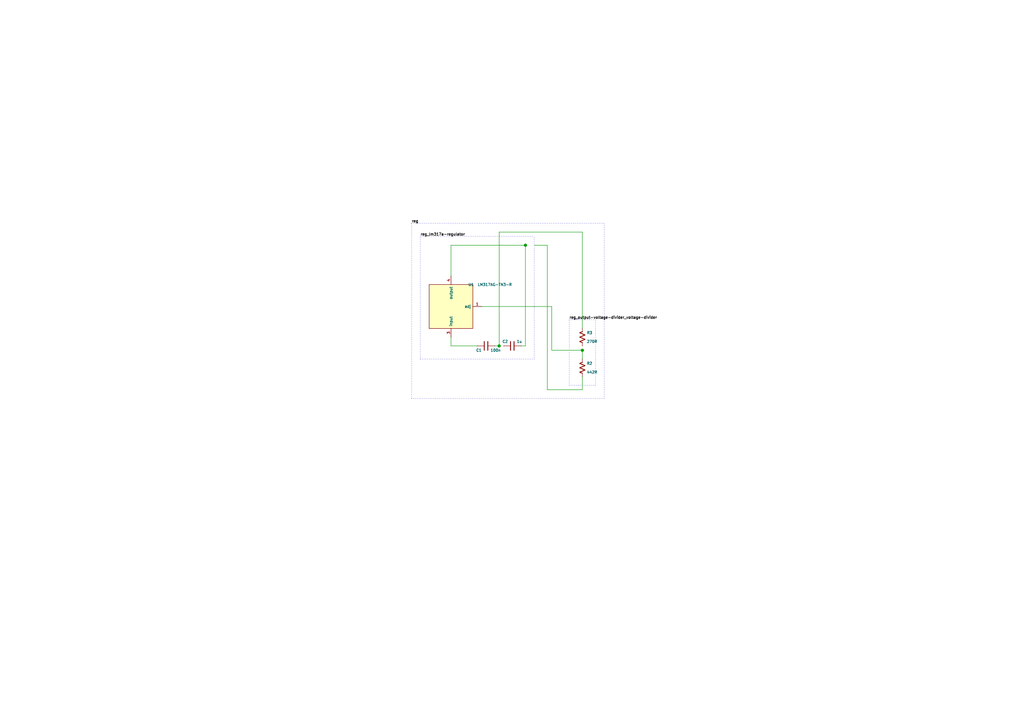
<source format=kicad_sch>
(kicad_sch (version 20230121) (generator jitx)
  (paper "A4")
  (lib_symbols
    (symbol "resistor_sym"
      (property "Reference" "U" (at 1.27 1.27 0.0))
      (property "Value" "resistor_sym" (at 1.27 -1.27 0.0))
      (symbol "resistor_sym_1_0"
        (pin unspecified line (at 0.0 -2.54 90) (length 0.0) (name "1") (number "~"))
        (pin unspecified line (at 0.0 2.54 270) (length 0.0) (name "2") (number "~"))
        (polyline (pts (xy 0.0 -2.54) (xy 0.0 -1.5875)) (stroke (width 0.127)) (fill (type background)))
        (polyline (pts (xy 0.0 -1.5875) (xy -0.762 -1.27) (xy 0.762 -0.635) (xy -0.762 0.0) (xy 0.762 0.635) (xy -0.762 1.27) (xy 0.0 1.5875)) (stroke (width 0.254)) (fill (type background)))
        (polyline (pts (xy 0.0 1.5875) (xy 0.0 2.54)) (stroke (width 0.127)) (fill (type background)))
      )
    )
    (symbol "box_symbol_1L_1R_0T_1B"
      (property "Reference" "U" (at -6.35 7.712 0.0))
      (property "Value" "box_symbol_1L_1R_0T_1B" (at -6.35 6.65 0.0))
      (symbol "box_symbol_1L_1R_0T_1B_1_0"
        (pin unspecified line (at -8.89 0.0 0) (length 2.54) (name "L0") (number "~"))
        (pin unspecified line (at 8.89 0.0 180) (length 2.54) (name "R0") (number "~"))
        (pin unspecified line (at 0.0 -8.89 90) (length 2.54) (name "B0") (number "~"))
        (rectangle (start -6.35 -6.35) (end 6.35 6.35) (stroke (width 0.0)) (fill (type background)))
      )
    )
    (symbol "capacitor_sym"
      (property "Reference" "U" (at 1.27 1.27 0.0))
      (property "Value" "capacitor_sym" (at 1.27 -1.27 0.0))
      (symbol "capacitor_sym_1_0"
        (pin unspecified line (at 0.0 2.54 270) (length 0.0) (name "1") (number "~"))
        (pin unspecified line (at 0.0 -2.54 90) (length 0.0) (name "2") (number "~"))
        (polyline (pts (xy 0.0 2.54) (xy 0.0 0.508)) (stroke (width 0.127)) (fill (type background)))
        (polyline (pts (xy -1.27 0.508) (xy 1.27 0.508)) (stroke (width 0.254)) (fill (type background)))
        (polyline (pts (xy 0.0 -0.508) (xy 0.0 -2.54)) (stroke (width 0.127)) (fill (type background)))
        (polyline (pts (xy -1.27 -0.508) (xy 1.27 -0.508)) (stroke (width 0.254)) (fill (type background)))
      )
    )
    (symbol "generic_symbol"
      (property "Reference" "U" (at -2.54 3.902 0.0))
      (property "Value" "generic_symbol" (at -2.54 2.84 0.0))
      (symbol "generic_symbol_1_0"
        (rectangle (start -2.54 -2.54) (end 2.54 2.54) (stroke (width 0.0)) (fill (type background)))
      )
    )
    (symbol "component"
      (property "Reference" "U" (at -6.35 7.712 0.0))
      (property "Value" "component" (at -6.35 6.65 0.0))
      (symbol "component_1_0"
        (pin unspecified line (at -8.89 0.0 0) (length 2.54) (name "input") (number "3"))
        (pin unspecified line (at 8.89 0.0 180) (length 2.54) (name "output") (number "4"))
        (pin unspecified line (at 0.0 -8.89 90) (length 2.54) (name "adj") (number "1"))
        (rectangle (start -6.35 -6.35) (end 6.35 6.35) (stroke (width 0.0)) (fill (type background)))
      )
    )
    (symbol "my_capacitor"
      (property "Reference" "C" (at 1.27 1.27 0.0))
      (property "Value" "my_capacitor" (at 1.27 -1.27 0.0))
      (symbol "my_capacitor_1_0"
        (pin unspecified line (at 0.0 2.54 270) (length 0.0) (name "1") (number "1"))
        (pin unspecified line (at 0.0 -2.54 90) (length 0.0) (name "2") (number "2"))
        (polyline (pts (xy 0.0 2.54) (xy 0.0 0.508)) (stroke (width 0.127)) (fill (type background)))
        (polyline (pts (xy -1.27 0.508) (xy 1.27 0.508)) (stroke (width 0.254)) (fill (type background)))
        (polyline (pts (xy 0.0 -0.508) (xy 0.0 -2.54)) (stroke (width 0.127)) (fill (type background)))
        (polyline (pts (xy -1.27 -0.508) (xy 1.27 -0.508)) (stroke (width 0.254)) (fill (type background)))
      )
    )
    (symbol "my_resistor"
      (property "Reference" "R" (at 1.27 1.27 0.0))
      (property "Value" "my_resistor" (at 1.27 -1.27 0.0))
      (symbol "my_resistor_1_0"
        (pin unspecified line (at 0.0 -2.54 90) (length 0.0) (name "1") (number "1"))
        (pin unspecified line (at 0.0 2.54 270) (length 0.0) (name "2") (number "2"))
        (polyline (pts (xy 0.0 -2.54) (xy 0.0 -1.5875)) (stroke (width 0.127)) (fill (type background)))
        (polyline (pts (xy 0.0 -1.5875) (xy -0.762 -1.27) (xy 0.762 -0.635) (xy -0.762 0.0) (xy 0.762 0.635) (xy -0.762 1.27) (xy 0.0 1.5875)) (stroke (width 0.254)) (fill (type background)))
        (polyline (pts (xy 0.0 1.5875) (xy 0.0 2.54)) (stroke (width 0.127)) (fill (type background)))
      )
    )
    (symbol "my_capacitor_1"
      (property "Reference" "C" (at 1.27 1.27 0.0))
      (property "Value" "my_capacitor_1" (at 1.27 -1.27 0.0))
      (symbol "my_capacitor_1_1_0"
        (pin unspecified line (at 0.0 2.54 270) (length 0.0) (name "1") (number "1"))
        (pin unspecified line (at 0.0 -2.54 90) (length 0.0) (name "2") (number "2"))
        (polyline (pts (xy 0.0 2.54) (xy 0.0 0.508)) (stroke (width 0.127)) (fill (type background)))
        (polyline (pts (xy -1.27 0.508) (xy 1.27 0.508)) (stroke (width 0.254)) (fill (type background)))
        (polyline (pts (xy 0.0 -0.508) (xy 0.0 -2.54)) (stroke (width 0.127)) (fill (type background)))
        (polyline (pts (xy -1.27 -0.508) (xy 1.27 -0.508)) (stroke (width 0.254)) (fill (type background)))
      )
    )
    (symbol "my_resistor_1"
      (property "Reference" "R" (at 1.27 1.27 0.0))
      (property "Value" "my_resistor_1" (at 1.27 -1.27 0.0))
      (symbol "my_resistor_1_1_0"
        (pin unspecified line (at 0.0 -2.54 90) (length 0.0) (name "1") (number "1"))
        (pin unspecified line (at 0.0 2.54 270) (length 0.0) (name "2") (number "2"))
        (polyline (pts (xy 0.0 -2.54) (xy 0.0 -1.5875)) (stroke (width 0.127)) (fill (type background)))
        (polyline (pts (xy 0.0 -1.5875) (xy -0.762 -1.27) (xy 0.762 -0.635) (xy -0.762 0.0) (xy 0.762 0.635) (xy -0.762 1.27) (xy 0.0 1.5875)) (stroke (width 0.254)) (fill (type background)))
        (polyline (pts (xy 0.0 1.5875) (xy 0.0 2.54)) (stroke (width 0.127)) (fill (type background)))
      )
    )
    (symbol "Version_0_0"
      (property "Reference" "TXT" (at -2.54 3.902 0.0))
      (property "Value" "Version_0_0" (at -2.54 2.84 0.0))
      (symbol "Version_0_0_1_0"
        (rectangle (start -2.54 -2.54) (end 2.54 2.54) (stroke (width 0.0)) (fill (type background)))
      )
    )
  )
  (wire (pts (xy 144.78 67.31) (xy 168.91 67.31)) (stroke (width 0.127)))
  (wire (pts (xy 168.91 92.71) (xy 168.91 67.31)) (stroke (width 0.127)))
  (wire (pts (xy 144.78 68.58) (xy 144.78 67.31)) (stroke (width 0.127)))
  (wire (pts (xy 158.75 113.03) (xy 168.91 113.03)) (stroke (width 0.127)))
  (wire (pts (xy 154.94 71.12) (xy 158.75 71.12)) (stroke (width 0.127)))
  (wire (pts (xy 168.91 113.03) (xy 168.91 111.76)) (stroke (width 0.127)))
  (wire (pts (xy 158.75 113.03) (xy 158.75 71.12)) (stroke (width 0.127)))
  (wire (pts (xy 154.94 88.9) (xy 160.02 88.9)) (stroke (width 0.127)))
  (wire (pts (xy 160.02 101.6) (xy 165.1 101.6)) (stroke (width 0.127)))
  (wire (pts (xy 160.02 101.6) (xy 160.02 88.9)) (stroke (width 0.127)))
  (wire (pts (xy 130.81 100.33) (xy 130.81 97.79)) (stroke (width 0.127)))
  (wire (pts (xy 130.81 100.33) (xy 138.43 100.33)) (stroke (width 0.127)))
  (wire (pts (xy 144.78 100.33) (xy 144.78 68.58)) (stroke (width 0.127)))
  (wire (pts (xy 143.51 100.33) (xy 146.05 100.33)) (stroke (width 0.127)))
  (wire (pts (xy 130.81 80.01) (xy 130.81 71.12)) (stroke (width 0.127)))
  (wire (pts (xy 130.81 71.12) (xy 154.94 71.12)) (stroke (width 0.127)))
  (wire (pts (xy 152.4 100.33) (xy 152.4 71.12)) (stroke (width 0.127)))
  (wire (pts (xy 151.13 100.33) (xy 152.4 100.33)) (stroke (width 0.127)))
  (wire (pts (xy 139.7 88.9) (xy 154.94 88.9)) (stroke (width 0.127)))
  (wire (pts (xy 168.91 95.25) (xy 168.91 92.71)) (stroke (width 0.127)))
  (wire (pts (xy 168.91 111.76) (xy 168.91 109.22)) (stroke (width 0.127)))
  (wire (pts (xy 165.1 101.6) (xy 168.91 101.6)) (stroke (width 0.127)))
  (wire (pts (xy 168.91 104.14) (xy 168.91 100.33)) (stroke (width 0.127)))
  (polyline (pts (xy 119.38 64.77) (xy 175.26 64.77)) (stroke (width 0.127) (type dot)))
  (polyline (pts (xy 119.38 115.57) (xy 175.26 115.57)) (stroke (width 0.127) (type dot)))
  (polyline (pts (xy 119.38 115.57) (xy 119.38 64.77)) (stroke (width 0.127) (type dot)))
  (polyline (pts (xy 175.26 115.57) (xy 175.26 64.77)) (stroke (width 0.127) (type dot)))
  (polyline (pts (xy 121.92 68.58) (xy 154.94 68.58)) (stroke (width 0.127) (type dot)))
  (polyline (pts (xy 121.92 104.14) (xy 154.94 104.14)) (stroke (width 0.127) (type dot)))
  (polyline (pts (xy 121.92 104.14) (xy 121.92 68.58)) (stroke (width 0.127) (type dot)))
  (polyline (pts (xy 154.94 104.14) (xy 154.94 68.58)) (stroke (width 0.127) (type dot)))
  (polyline (pts (xy 165.1 92.71) (xy 172.72 92.71)) (stroke (width 0.127) (type dot)))
  (polyline (pts (xy 165.1 111.76) (xy 172.72 111.76)) (stroke (width 0.127) (type dot)))
  (polyline (pts (xy 165.1 111.76) (xy 165.1 92.71)) (stroke (width 0.127) (type dot)))
  (polyline (pts (xy 172.72 111.76) (xy 172.72 92.71)) (stroke (width 0.127) (type dot)))
  (junction (at 144.78 100.33) (diameter 0.762))
  (junction (at 152.4 71.12) (diameter 0.762))
  (junction (at 168.91 101.6) (diameter 0.762))
  (label "reg" (at 119.38 64.77 0) (effects (font (size 0.762 0.762))))
  (label "reg_lm317a-regulator" (at 121.92 68.58 0) (effects (font (size 0.762 0.762))))
  (label "reg_output-voltage-divider_voltage-divider" (at 165.1 92.71 0) (effects (font (size 0.762 0.762))))
  (symbol (lib_id "my_capacitor_1") (at 140.97 100.33 90.0) (unit 1)
    (property "Reference" "C1" (at 139.7 101.6 270.0) (effects (font (size 0.762 0.762)) (justify right)))
    (property "Value" "100n" (at 142.24 101.6 270.0) (effects (font (size 0.762 0.762)) (justify left)))
    (property "Footprint" "jitx-design:Pkg0402_1" (effects hide))
    (property "Datasheet" "https://datasheet.lcsc.com/lcsc/2202040300_KEMET-C0402C104Z4VAC7867_C2168399.pdf" (effects hide))
    (property "Name" "reg_cap" (effects hide))
    (property "Description" "16V 100nF Y5V -20%~+80% 0402  Multilayer Ceramic Capacitors MLCC - SMD/SMT ROHS" (effects hide))
    (property "Manufacturer" "YAGEO" (effects hide))
    (property "MPN" "C0402C104Z4VACTU" (effects hide))
    (property "Reference-prefix" "C" (effects hide))
  )
  (symbol (lib_id "my_capacitor") (at 148.59 100.33 270.0) (unit 1)
    (property "Reference" "C2" (at 147.32 99.06 90.0) (effects (font (size 0.762 0.762)) (justify right)))
    (property "Value" "1u" (at 149.86 99.06 90.0) (effects (font (size 0.762 0.762)) (justify left)))
    (property "Footprint" "jitx-design:Pkg0402_1" (effects hide))
    (property "Name" "reg_cap" (effects hide))
    (property "Manufacturer" "Murata" (effects hide))
    (property "MPN" "GRT155R61E105ME01D" (effects hide))
    (property "Reference-prefix" "C" (effects hide))
  )
  (symbol (lib_id "my_resistor") (at 168.91 106.68 0.0) (unit 1)
    (property "Reference" "R2" (at 170.18 105.41 0.0) (effects (font (size 0.762 0.762)) (justify left)))
    (property "Value" "442R" (at 170.18 107.95 0.0) (effects (font (size 0.762 0.762)) (justify left)))
    (property "Footprint" "jitx-design:Pkg0402" (effects hide))
    (property "Datasheet" "https://datasheet.lcsc.com/lcsc/2202012030_Vishay-Intertech-CRCW0402442RFKED_C2079888.pdf" (effects hide))
    (property "Name" "reg_output-voltage-divider_r-hi" (effects hide))
    (property "Description" "62.5mW Thick Film Resistors 50V ±1% ±100ppm/℃ -55℃~+155℃ 442Ω 0402  Chip Resistor - Surface Mount ROHS" (effects hide))
    (property "Manufacturer" "Vishay" (effects hide))
    (property "MPN" "CRCW0402442RFKED" (effects hide))
    (property "Reference-prefix" "R" (effects hide))
  )
  (symbol (lib_id "component") (at 130.81 88.9 90.0) (unit 1)
    (property "Reference" "U1" (at 137.46 82.55 270.0) (effects (font (size 0.762 0.762)) (justify right)))
    (property "Value" "LM317AG-TN3-R" (at 138.522 82.55 270.0) (effects (font (size 0.762 0.762)) (justify left)))
    (property "Footprint" "jitx-design:C75510_LP" (effects hide))
    (property "Datasheet" "https://datasheet.lcsc.com/lcsc/1810271112_UTC-Unisonic-Tech-LM317AG-TN3-R_C75510.pdf" (effects hide))
    (property "Name" "reg_lm317a" (effects hide))
    (property "Description" "1.5A 5V@(500mA) Adjustable 1.2V~37V Positive 1 40V TO-252-2(DPAK) Linear Voltage Regulators (LDO) ROHS" (effects hide))
    (property "Manufacturer" "UTC(Unisonic Tech)" (effects hide))
    (property "MPN" "LM317AG-TN3-R" (effects hide))
  )
  (symbol (lib_id "my_resistor_1") (at 168.91 97.79 0.0) (unit 1)
    (property "Reference" "R3" (at 170.18 96.52 0.0) (effects (font (size 0.762 0.762)) (justify left)))
    (property "Value" "270R" (at 170.18 99.06 0.0) (effects (font (size 0.762 0.762)) (justify left)))
    (property "Footprint" "jitx-design:Pkg0402" (effects hide))
    (property "Datasheet" "https://www.seielect.com/catalog/sei-rmcf_rmcp.pdf" (effects hide))
    (property "Name" "reg_output-voltage-divider_r-lo" (effects hide))
    (property "Description" "RES 270 OHM 1% 1/16W 0402" (effects hide))
    (property "Manufacturer" "SEI" (effects hide))
    (property "MPN" "RMCF0402FT270R" (effects hide))
    (property "Reference-prefix" "R" (effects hide))
  )
)
</source>
